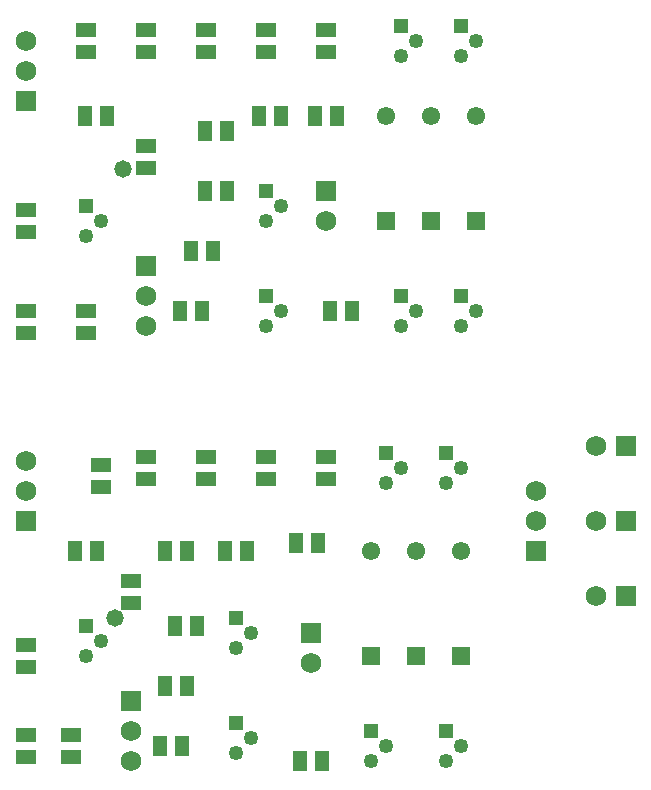
<source format=gts>
G04*
G04 #@! TF.GenerationSoftware,Altium Limited,Altium Designer,23.11.1 (41)*
G04*
G04 Layer_Color=8388736*
%FSLAX44Y44*%
%MOMM*%
G71*
G04*
G04 #@! TF.SameCoordinates,1A69B1BA-F8A6-4B25-9280-10EF192BA1B0*
G04*
G04*
G04 #@! TF.FilePolarity,Negative*
G04*
G01*
G75*
%ADD13R,1.6532X1.2532*%
%ADD14R,1.2532X1.6532*%
%ADD15R,1.7272X1.7272*%
%ADD16C,1.7272*%
%ADD17C,1.2532*%
%ADD18R,1.2532X1.2532*%
%ADD19R,1.5500X1.5500*%
%ADD20C,1.5500*%
%ADD21R,1.7272X1.7272*%
%ADD22C,1.4732*%
D13*
X279400Y660400D02*
D03*
Y641900D02*
D03*
Y745850D02*
D03*
Y727350D02*
D03*
X330200Y660400D02*
D03*
Y641900D02*
D03*
X381000Y800100D02*
D03*
Y781600D02*
D03*
X330200Y898250D02*
D03*
Y879750D02*
D03*
X381000Y898250D02*
D03*
Y879750D02*
D03*
X431800Y898250D02*
D03*
Y879750D02*
D03*
X482600Y898250D02*
D03*
Y879750D02*
D03*
X533400Y898250D02*
D03*
Y879750D02*
D03*
Y517850D02*
D03*
Y536350D02*
D03*
X482600Y517850D02*
D03*
Y536350D02*
D03*
X317500Y282850D02*
D03*
Y301350D02*
D03*
X431800Y517850D02*
D03*
Y536350D02*
D03*
X279400Y282850D02*
D03*
Y301350D02*
D03*
X368300Y413300D02*
D03*
Y431800D02*
D03*
X381000Y517850D02*
D03*
Y536350D02*
D03*
X279400Y359050D02*
D03*
Y377550D02*
D03*
X342900Y511450D02*
D03*
Y529950D02*
D03*
D14*
X428350Y660400D02*
D03*
X409850D02*
D03*
X437600Y711200D02*
D03*
X419100D02*
D03*
X347850Y825500D02*
D03*
X329350D02*
D03*
X449450Y762000D02*
D03*
X430950D02*
D03*
X449450Y812800D02*
D03*
X430950D02*
D03*
X495300Y825500D02*
D03*
X476800D02*
D03*
X542650D02*
D03*
X524150D02*
D03*
X555350Y660400D02*
D03*
X536850D02*
D03*
X511450Y279400D02*
D03*
X529950D02*
D03*
X508000Y463600D02*
D03*
X526500D02*
D03*
X397150Y342900D02*
D03*
X415650D02*
D03*
X392850Y292100D02*
D03*
X411350D02*
D03*
X447950Y457200D02*
D03*
X466450D02*
D03*
X405550Y393700D02*
D03*
X424050D02*
D03*
X397150Y457200D02*
D03*
X415650D02*
D03*
X320950D02*
D03*
X339450D02*
D03*
D15*
X279400Y838200D02*
D03*
X381000Y698500D02*
D03*
X533400Y762000D02*
D03*
X279400Y482600D02*
D03*
X520700Y387400D02*
D03*
X711200Y457200D02*
D03*
X368300Y330200D02*
D03*
D16*
X279400Y863600D02*
D03*
Y889000D02*
D03*
X381000Y673100D02*
D03*
Y647700D02*
D03*
X533400Y736600D02*
D03*
X762000Y546100D02*
D03*
Y419100D02*
D03*
Y482600D02*
D03*
X279400Y533400D02*
D03*
Y508000D02*
D03*
X520700Y362000D02*
D03*
X711200Y508000D02*
D03*
Y482600D02*
D03*
X368300Y279400D02*
D03*
Y304800D02*
D03*
D17*
X330200Y723900D02*
D03*
X342900Y736600D02*
D03*
X482600D02*
D03*
X495300Y749300D02*
D03*
X482600Y647700D02*
D03*
X495300Y660400D02*
D03*
X596900Y647700D02*
D03*
X609600Y660400D02*
D03*
X647700Y647700D02*
D03*
X660400Y660400D02*
D03*
X647700Y876300D02*
D03*
X660400Y889000D02*
D03*
X596900Y876300D02*
D03*
X609600Y889000D02*
D03*
X647700Y292100D02*
D03*
X635000Y279400D02*
D03*
X647700Y527100D02*
D03*
X635000Y514400D02*
D03*
X584200Y292100D02*
D03*
X571500Y279400D02*
D03*
X596900Y527100D02*
D03*
X584200Y514400D02*
D03*
X469900Y298500D02*
D03*
X457200Y285800D02*
D03*
X469900Y387400D02*
D03*
X457200Y374700D02*
D03*
X342900Y381000D02*
D03*
X330200Y368300D02*
D03*
D18*
Y749300D02*
D03*
X482600Y762000D02*
D03*
Y673100D02*
D03*
X596900D02*
D03*
X647700D02*
D03*
Y901700D02*
D03*
X596900D02*
D03*
X635000Y304800D02*
D03*
Y539800D02*
D03*
X571500Y304800D02*
D03*
X584200Y539800D02*
D03*
X457200Y311200D02*
D03*
Y400100D02*
D03*
X330200Y393700D02*
D03*
D19*
X584200Y736600D02*
D03*
X660400D02*
D03*
X622300D02*
D03*
X647700Y368400D02*
D03*
X609600D02*
D03*
X571500D02*
D03*
D20*
X584200Y825400D02*
D03*
X660400D02*
D03*
X622300D02*
D03*
X647700Y457200D02*
D03*
X609600D02*
D03*
X571500D02*
D03*
D21*
X787400Y546100D02*
D03*
Y419100D02*
D03*
Y482600D02*
D03*
D22*
X361696Y780796D02*
D03*
X355092Y400092D02*
D03*
M02*

</source>
